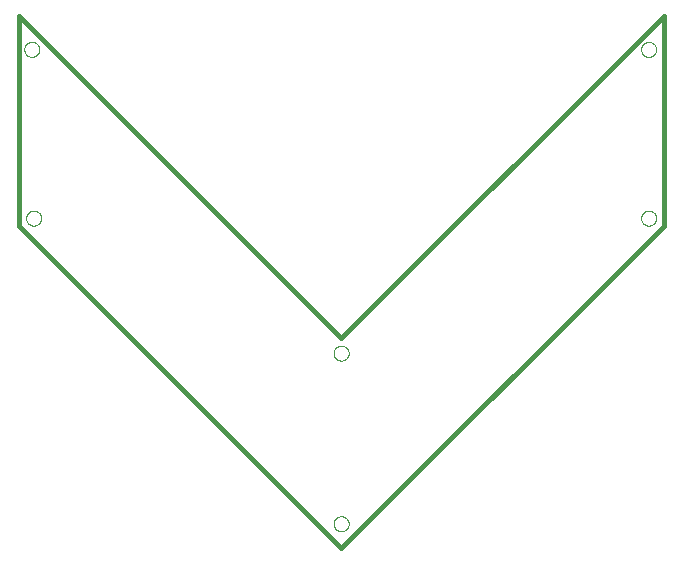
<source format=gko>
G75*
%MOIN*%
%OFA0B0*%
%FSLAX25Y25*%
%IPPOS*%
%LPD*%
%AMOC8*
5,1,8,0,0,1.08239X$1,22.5*
%
%ADD10C,0.00000*%
%ADD11C,0.01600*%
D10*
X0200833Y0081875D02*
X0200835Y0081974D01*
X0200841Y0082074D01*
X0200851Y0082173D01*
X0200865Y0082271D01*
X0200882Y0082369D01*
X0200904Y0082466D01*
X0200929Y0082562D01*
X0200958Y0082657D01*
X0200991Y0082751D01*
X0201028Y0082843D01*
X0201068Y0082934D01*
X0201112Y0083023D01*
X0201160Y0083111D01*
X0201211Y0083196D01*
X0201265Y0083279D01*
X0201322Y0083361D01*
X0201383Y0083439D01*
X0201447Y0083516D01*
X0201513Y0083589D01*
X0201583Y0083660D01*
X0201655Y0083728D01*
X0201730Y0083794D01*
X0201808Y0083856D01*
X0201888Y0083915D01*
X0201970Y0083971D01*
X0202054Y0084023D01*
X0202141Y0084072D01*
X0202229Y0084118D01*
X0202319Y0084160D01*
X0202411Y0084199D01*
X0202504Y0084234D01*
X0202598Y0084265D01*
X0202694Y0084292D01*
X0202791Y0084315D01*
X0202888Y0084335D01*
X0202986Y0084351D01*
X0203085Y0084363D01*
X0203184Y0084371D01*
X0203283Y0084375D01*
X0203383Y0084375D01*
X0203482Y0084371D01*
X0203581Y0084363D01*
X0203680Y0084351D01*
X0203778Y0084335D01*
X0203875Y0084315D01*
X0203972Y0084292D01*
X0204068Y0084265D01*
X0204162Y0084234D01*
X0204255Y0084199D01*
X0204347Y0084160D01*
X0204437Y0084118D01*
X0204525Y0084072D01*
X0204612Y0084023D01*
X0204696Y0083971D01*
X0204778Y0083915D01*
X0204858Y0083856D01*
X0204936Y0083794D01*
X0205011Y0083728D01*
X0205083Y0083660D01*
X0205153Y0083589D01*
X0205219Y0083516D01*
X0205283Y0083439D01*
X0205344Y0083361D01*
X0205401Y0083279D01*
X0205455Y0083196D01*
X0205506Y0083111D01*
X0205554Y0083023D01*
X0205598Y0082934D01*
X0205638Y0082843D01*
X0205675Y0082751D01*
X0205708Y0082657D01*
X0205737Y0082562D01*
X0205762Y0082466D01*
X0205784Y0082369D01*
X0205801Y0082271D01*
X0205815Y0082173D01*
X0205825Y0082074D01*
X0205831Y0081974D01*
X0205833Y0081875D01*
X0205831Y0081776D01*
X0205825Y0081676D01*
X0205815Y0081577D01*
X0205801Y0081479D01*
X0205784Y0081381D01*
X0205762Y0081284D01*
X0205737Y0081188D01*
X0205708Y0081093D01*
X0205675Y0080999D01*
X0205638Y0080907D01*
X0205598Y0080816D01*
X0205554Y0080727D01*
X0205506Y0080639D01*
X0205455Y0080554D01*
X0205401Y0080471D01*
X0205344Y0080389D01*
X0205283Y0080311D01*
X0205219Y0080234D01*
X0205153Y0080161D01*
X0205083Y0080090D01*
X0205011Y0080022D01*
X0204936Y0079956D01*
X0204858Y0079894D01*
X0204778Y0079835D01*
X0204696Y0079779D01*
X0204612Y0079727D01*
X0204525Y0079678D01*
X0204437Y0079632D01*
X0204347Y0079590D01*
X0204255Y0079551D01*
X0204162Y0079516D01*
X0204068Y0079485D01*
X0203972Y0079458D01*
X0203875Y0079435D01*
X0203778Y0079415D01*
X0203680Y0079399D01*
X0203581Y0079387D01*
X0203482Y0079379D01*
X0203383Y0079375D01*
X0203283Y0079375D01*
X0203184Y0079379D01*
X0203085Y0079387D01*
X0202986Y0079399D01*
X0202888Y0079415D01*
X0202791Y0079435D01*
X0202694Y0079458D01*
X0202598Y0079485D01*
X0202504Y0079516D01*
X0202411Y0079551D01*
X0202319Y0079590D01*
X0202229Y0079632D01*
X0202141Y0079678D01*
X0202054Y0079727D01*
X0201970Y0079779D01*
X0201888Y0079835D01*
X0201808Y0079894D01*
X0201730Y0079956D01*
X0201655Y0080022D01*
X0201583Y0080090D01*
X0201513Y0080161D01*
X0201447Y0080234D01*
X0201383Y0080311D01*
X0201322Y0080389D01*
X0201265Y0080471D01*
X0201211Y0080554D01*
X0201160Y0080639D01*
X0201112Y0080727D01*
X0201068Y0080816D01*
X0201028Y0080907D01*
X0200991Y0080999D01*
X0200958Y0081093D01*
X0200929Y0081188D01*
X0200904Y0081284D01*
X0200882Y0081381D01*
X0200865Y0081479D01*
X0200851Y0081577D01*
X0200841Y0081676D01*
X0200835Y0081776D01*
X0200833Y0081875D01*
X0200833Y0138750D02*
X0200835Y0138849D01*
X0200841Y0138949D01*
X0200851Y0139048D01*
X0200865Y0139146D01*
X0200882Y0139244D01*
X0200904Y0139341D01*
X0200929Y0139437D01*
X0200958Y0139532D01*
X0200991Y0139626D01*
X0201028Y0139718D01*
X0201068Y0139809D01*
X0201112Y0139898D01*
X0201160Y0139986D01*
X0201211Y0140071D01*
X0201265Y0140154D01*
X0201322Y0140236D01*
X0201383Y0140314D01*
X0201447Y0140391D01*
X0201513Y0140464D01*
X0201583Y0140535D01*
X0201655Y0140603D01*
X0201730Y0140669D01*
X0201808Y0140731D01*
X0201888Y0140790D01*
X0201970Y0140846D01*
X0202054Y0140898D01*
X0202141Y0140947D01*
X0202229Y0140993D01*
X0202319Y0141035D01*
X0202411Y0141074D01*
X0202504Y0141109D01*
X0202598Y0141140D01*
X0202694Y0141167D01*
X0202791Y0141190D01*
X0202888Y0141210D01*
X0202986Y0141226D01*
X0203085Y0141238D01*
X0203184Y0141246D01*
X0203283Y0141250D01*
X0203383Y0141250D01*
X0203482Y0141246D01*
X0203581Y0141238D01*
X0203680Y0141226D01*
X0203778Y0141210D01*
X0203875Y0141190D01*
X0203972Y0141167D01*
X0204068Y0141140D01*
X0204162Y0141109D01*
X0204255Y0141074D01*
X0204347Y0141035D01*
X0204437Y0140993D01*
X0204525Y0140947D01*
X0204612Y0140898D01*
X0204696Y0140846D01*
X0204778Y0140790D01*
X0204858Y0140731D01*
X0204936Y0140669D01*
X0205011Y0140603D01*
X0205083Y0140535D01*
X0205153Y0140464D01*
X0205219Y0140391D01*
X0205283Y0140314D01*
X0205344Y0140236D01*
X0205401Y0140154D01*
X0205455Y0140071D01*
X0205506Y0139986D01*
X0205554Y0139898D01*
X0205598Y0139809D01*
X0205638Y0139718D01*
X0205675Y0139626D01*
X0205708Y0139532D01*
X0205737Y0139437D01*
X0205762Y0139341D01*
X0205784Y0139244D01*
X0205801Y0139146D01*
X0205815Y0139048D01*
X0205825Y0138949D01*
X0205831Y0138849D01*
X0205833Y0138750D01*
X0205831Y0138651D01*
X0205825Y0138551D01*
X0205815Y0138452D01*
X0205801Y0138354D01*
X0205784Y0138256D01*
X0205762Y0138159D01*
X0205737Y0138063D01*
X0205708Y0137968D01*
X0205675Y0137874D01*
X0205638Y0137782D01*
X0205598Y0137691D01*
X0205554Y0137602D01*
X0205506Y0137514D01*
X0205455Y0137429D01*
X0205401Y0137346D01*
X0205344Y0137264D01*
X0205283Y0137186D01*
X0205219Y0137109D01*
X0205153Y0137036D01*
X0205083Y0136965D01*
X0205011Y0136897D01*
X0204936Y0136831D01*
X0204858Y0136769D01*
X0204778Y0136710D01*
X0204696Y0136654D01*
X0204612Y0136602D01*
X0204525Y0136553D01*
X0204437Y0136507D01*
X0204347Y0136465D01*
X0204255Y0136426D01*
X0204162Y0136391D01*
X0204068Y0136360D01*
X0203972Y0136333D01*
X0203875Y0136310D01*
X0203778Y0136290D01*
X0203680Y0136274D01*
X0203581Y0136262D01*
X0203482Y0136254D01*
X0203383Y0136250D01*
X0203283Y0136250D01*
X0203184Y0136254D01*
X0203085Y0136262D01*
X0202986Y0136274D01*
X0202888Y0136290D01*
X0202791Y0136310D01*
X0202694Y0136333D01*
X0202598Y0136360D01*
X0202504Y0136391D01*
X0202411Y0136426D01*
X0202319Y0136465D01*
X0202229Y0136507D01*
X0202141Y0136553D01*
X0202054Y0136602D01*
X0201970Y0136654D01*
X0201888Y0136710D01*
X0201808Y0136769D01*
X0201730Y0136831D01*
X0201655Y0136897D01*
X0201583Y0136965D01*
X0201513Y0137036D01*
X0201447Y0137109D01*
X0201383Y0137186D01*
X0201322Y0137264D01*
X0201265Y0137346D01*
X0201211Y0137429D01*
X0201160Y0137514D01*
X0201112Y0137602D01*
X0201068Y0137691D01*
X0201028Y0137782D01*
X0200991Y0137874D01*
X0200958Y0137968D01*
X0200929Y0138063D01*
X0200904Y0138159D01*
X0200882Y0138256D01*
X0200865Y0138354D01*
X0200851Y0138452D01*
X0200841Y0138551D01*
X0200835Y0138651D01*
X0200833Y0138750D01*
X0098333Y0183750D02*
X0098335Y0183849D01*
X0098341Y0183949D01*
X0098351Y0184048D01*
X0098365Y0184146D01*
X0098382Y0184244D01*
X0098404Y0184341D01*
X0098429Y0184437D01*
X0098458Y0184532D01*
X0098491Y0184626D01*
X0098528Y0184718D01*
X0098568Y0184809D01*
X0098612Y0184898D01*
X0098660Y0184986D01*
X0098711Y0185071D01*
X0098765Y0185154D01*
X0098822Y0185236D01*
X0098883Y0185314D01*
X0098947Y0185391D01*
X0099013Y0185464D01*
X0099083Y0185535D01*
X0099155Y0185603D01*
X0099230Y0185669D01*
X0099308Y0185731D01*
X0099388Y0185790D01*
X0099470Y0185846D01*
X0099554Y0185898D01*
X0099641Y0185947D01*
X0099729Y0185993D01*
X0099819Y0186035D01*
X0099911Y0186074D01*
X0100004Y0186109D01*
X0100098Y0186140D01*
X0100194Y0186167D01*
X0100291Y0186190D01*
X0100388Y0186210D01*
X0100486Y0186226D01*
X0100585Y0186238D01*
X0100684Y0186246D01*
X0100783Y0186250D01*
X0100883Y0186250D01*
X0100982Y0186246D01*
X0101081Y0186238D01*
X0101180Y0186226D01*
X0101278Y0186210D01*
X0101375Y0186190D01*
X0101472Y0186167D01*
X0101568Y0186140D01*
X0101662Y0186109D01*
X0101755Y0186074D01*
X0101847Y0186035D01*
X0101937Y0185993D01*
X0102025Y0185947D01*
X0102112Y0185898D01*
X0102196Y0185846D01*
X0102278Y0185790D01*
X0102358Y0185731D01*
X0102436Y0185669D01*
X0102511Y0185603D01*
X0102583Y0185535D01*
X0102653Y0185464D01*
X0102719Y0185391D01*
X0102783Y0185314D01*
X0102844Y0185236D01*
X0102901Y0185154D01*
X0102955Y0185071D01*
X0103006Y0184986D01*
X0103054Y0184898D01*
X0103098Y0184809D01*
X0103138Y0184718D01*
X0103175Y0184626D01*
X0103208Y0184532D01*
X0103237Y0184437D01*
X0103262Y0184341D01*
X0103284Y0184244D01*
X0103301Y0184146D01*
X0103315Y0184048D01*
X0103325Y0183949D01*
X0103331Y0183849D01*
X0103333Y0183750D01*
X0103331Y0183651D01*
X0103325Y0183551D01*
X0103315Y0183452D01*
X0103301Y0183354D01*
X0103284Y0183256D01*
X0103262Y0183159D01*
X0103237Y0183063D01*
X0103208Y0182968D01*
X0103175Y0182874D01*
X0103138Y0182782D01*
X0103098Y0182691D01*
X0103054Y0182602D01*
X0103006Y0182514D01*
X0102955Y0182429D01*
X0102901Y0182346D01*
X0102844Y0182264D01*
X0102783Y0182186D01*
X0102719Y0182109D01*
X0102653Y0182036D01*
X0102583Y0181965D01*
X0102511Y0181897D01*
X0102436Y0181831D01*
X0102358Y0181769D01*
X0102278Y0181710D01*
X0102196Y0181654D01*
X0102112Y0181602D01*
X0102025Y0181553D01*
X0101937Y0181507D01*
X0101847Y0181465D01*
X0101755Y0181426D01*
X0101662Y0181391D01*
X0101568Y0181360D01*
X0101472Y0181333D01*
X0101375Y0181310D01*
X0101278Y0181290D01*
X0101180Y0181274D01*
X0101081Y0181262D01*
X0100982Y0181254D01*
X0100883Y0181250D01*
X0100783Y0181250D01*
X0100684Y0181254D01*
X0100585Y0181262D01*
X0100486Y0181274D01*
X0100388Y0181290D01*
X0100291Y0181310D01*
X0100194Y0181333D01*
X0100098Y0181360D01*
X0100004Y0181391D01*
X0099911Y0181426D01*
X0099819Y0181465D01*
X0099729Y0181507D01*
X0099641Y0181553D01*
X0099554Y0181602D01*
X0099470Y0181654D01*
X0099388Y0181710D01*
X0099308Y0181769D01*
X0099230Y0181831D01*
X0099155Y0181897D01*
X0099083Y0181965D01*
X0099013Y0182036D01*
X0098947Y0182109D01*
X0098883Y0182186D01*
X0098822Y0182264D01*
X0098765Y0182346D01*
X0098711Y0182429D01*
X0098660Y0182514D01*
X0098612Y0182602D01*
X0098568Y0182691D01*
X0098528Y0182782D01*
X0098491Y0182874D01*
X0098458Y0182968D01*
X0098429Y0183063D01*
X0098404Y0183159D01*
X0098382Y0183256D01*
X0098365Y0183354D01*
X0098351Y0183452D01*
X0098341Y0183551D01*
X0098335Y0183651D01*
X0098333Y0183750D01*
X0097708Y0240000D02*
X0097710Y0240099D01*
X0097716Y0240199D01*
X0097726Y0240298D01*
X0097740Y0240396D01*
X0097757Y0240494D01*
X0097779Y0240591D01*
X0097804Y0240687D01*
X0097833Y0240782D01*
X0097866Y0240876D01*
X0097903Y0240968D01*
X0097943Y0241059D01*
X0097987Y0241148D01*
X0098035Y0241236D01*
X0098086Y0241321D01*
X0098140Y0241404D01*
X0098197Y0241486D01*
X0098258Y0241564D01*
X0098322Y0241641D01*
X0098388Y0241714D01*
X0098458Y0241785D01*
X0098530Y0241853D01*
X0098605Y0241919D01*
X0098683Y0241981D01*
X0098763Y0242040D01*
X0098845Y0242096D01*
X0098929Y0242148D01*
X0099016Y0242197D01*
X0099104Y0242243D01*
X0099194Y0242285D01*
X0099286Y0242324D01*
X0099379Y0242359D01*
X0099473Y0242390D01*
X0099569Y0242417D01*
X0099666Y0242440D01*
X0099763Y0242460D01*
X0099861Y0242476D01*
X0099960Y0242488D01*
X0100059Y0242496D01*
X0100158Y0242500D01*
X0100258Y0242500D01*
X0100357Y0242496D01*
X0100456Y0242488D01*
X0100555Y0242476D01*
X0100653Y0242460D01*
X0100750Y0242440D01*
X0100847Y0242417D01*
X0100943Y0242390D01*
X0101037Y0242359D01*
X0101130Y0242324D01*
X0101222Y0242285D01*
X0101312Y0242243D01*
X0101400Y0242197D01*
X0101487Y0242148D01*
X0101571Y0242096D01*
X0101653Y0242040D01*
X0101733Y0241981D01*
X0101811Y0241919D01*
X0101886Y0241853D01*
X0101958Y0241785D01*
X0102028Y0241714D01*
X0102094Y0241641D01*
X0102158Y0241564D01*
X0102219Y0241486D01*
X0102276Y0241404D01*
X0102330Y0241321D01*
X0102381Y0241236D01*
X0102429Y0241148D01*
X0102473Y0241059D01*
X0102513Y0240968D01*
X0102550Y0240876D01*
X0102583Y0240782D01*
X0102612Y0240687D01*
X0102637Y0240591D01*
X0102659Y0240494D01*
X0102676Y0240396D01*
X0102690Y0240298D01*
X0102700Y0240199D01*
X0102706Y0240099D01*
X0102708Y0240000D01*
X0102706Y0239901D01*
X0102700Y0239801D01*
X0102690Y0239702D01*
X0102676Y0239604D01*
X0102659Y0239506D01*
X0102637Y0239409D01*
X0102612Y0239313D01*
X0102583Y0239218D01*
X0102550Y0239124D01*
X0102513Y0239032D01*
X0102473Y0238941D01*
X0102429Y0238852D01*
X0102381Y0238764D01*
X0102330Y0238679D01*
X0102276Y0238596D01*
X0102219Y0238514D01*
X0102158Y0238436D01*
X0102094Y0238359D01*
X0102028Y0238286D01*
X0101958Y0238215D01*
X0101886Y0238147D01*
X0101811Y0238081D01*
X0101733Y0238019D01*
X0101653Y0237960D01*
X0101571Y0237904D01*
X0101487Y0237852D01*
X0101400Y0237803D01*
X0101312Y0237757D01*
X0101222Y0237715D01*
X0101130Y0237676D01*
X0101037Y0237641D01*
X0100943Y0237610D01*
X0100847Y0237583D01*
X0100750Y0237560D01*
X0100653Y0237540D01*
X0100555Y0237524D01*
X0100456Y0237512D01*
X0100357Y0237504D01*
X0100258Y0237500D01*
X0100158Y0237500D01*
X0100059Y0237504D01*
X0099960Y0237512D01*
X0099861Y0237524D01*
X0099763Y0237540D01*
X0099666Y0237560D01*
X0099569Y0237583D01*
X0099473Y0237610D01*
X0099379Y0237641D01*
X0099286Y0237676D01*
X0099194Y0237715D01*
X0099104Y0237757D01*
X0099016Y0237803D01*
X0098929Y0237852D01*
X0098845Y0237904D01*
X0098763Y0237960D01*
X0098683Y0238019D01*
X0098605Y0238081D01*
X0098530Y0238147D01*
X0098458Y0238215D01*
X0098388Y0238286D01*
X0098322Y0238359D01*
X0098258Y0238436D01*
X0098197Y0238514D01*
X0098140Y0238596D01*
X0098086Y0238679D01*
X0098035Y0238764D01*
X0097987Y0238852D01*
X0097943Y0238941D01*
X0097903Y0239032D01*
X0097866Y0239124D01*
X0097833Y0239218D01*
X0097804Y0239313D01*
X0097779Y0239409D01*
X0097757Y0239506D01*
X0097740Y0239604D01*
X0097726Y0239702D01*
X0097716Y0239801D01*
X0097710Y0239901D01*
X0097708Y0240000D01*
X0303333Y0240000D02*
X0303335Y0240099D01*
X0303341Y0240199D01*
X0303351Y0240298D01*
X0303365Y0240396D01*
X0303382Y0240494D01*
X0303404Y0240591D01*
X0303429Y0240687D01*
X0303458Y0240782D01*
X0303491Y0240876D01*
X0303528Y0240968D01*
X0303568Y0241059D01*
X0303612Y0241148D01*
X0303660Y0241236D01*
X0303711Y0241321D01*
X0303765Y0241404D01*
X0303822Y0241486D01*
X0303883Y0241564D01*
X0303947Y0241641D01*
X0304013Y0241714D01*
X0304083Y0241785D01*
X0304155Y0241853D01*
X0304230Y0241919D01*
X0304308Y0241981D01*
X0304388Y0242040D01*
X0304470Y0242096D01*
X0304554Y0242148D01*
X0304641Y0242197D01*
X0304729Y0242243D01*
X0304819Y0242285D01*
X0304911Y0242324D01*
X0305004Y0242359D01*
X0305098Y0242390D01*
X0305194Y0242417D01*
X0305291Y0242440D01*
X0305388Y0242460D01*
X0305486Y0242476D01*
X0305585Y0242488D01*
X0305684Y0242496D01*
X0305783Y0242500D01*
X0305883Y0242500D01*
X0305982Y0242496D01*
X0306081Y0242488D01*
X0306180Y0242476D01*
X0306278Y0242460D01*
X0306375Y0242440D01*
X0306472Y0242417D01*
X0306568Y0242390D01*
X0306662Y0242359D01*
X0306755Y0242324D01*
X0306847Y0242285D01*
X0306937Y0242243D01*
X0307025Y0242197D01*
X0307112Y0242148D01*
X0307196Y0242096D01*
X0307278Y0242040D01*
X0307358Y0241981D01*
X0307436Y0241919D01*
X0307511Y0241853D01*
X0307583Y0241785D01*
X0307653Y0241714D01*
X0307719Y0241641D01*
X0307783Y0241564D01*
X0307844Y0241486D01*
X0307901Y0241404D01*
X0307955Y0241321D01*
X0308006Y0241236D01*
X0308054Y0241148D01*
X0308098Y0241059D01*
X0308138Y0240968D01*
X0308175Y0240876D01*
X0308208Y0240782D01*
X0308237Y0240687D01*
X0308262Y0240591D01*
X0308284Y0240494D01*
X0308301Y0240396D01*
X0308315Y0240298D01*
X0308325Y0240199D01*
X0308331Y0240099D01*
X0308333Y0240000D01*
X0308331Y0239901D01*
X0308325Y0239801D01*
X0308315Y0239702D01*
X0308301Y0239604D01*
X0308284Y0239506D01*
X0308262Y0239409D01*
X0308237Y0239313D01*
X0308208Y0239218D01*
X0308175Y0239124D01*
X0308138Y0239032D01*
X0308098Y0238941D01*
X0308054Y0238852D01*
X0308006Y0238764D01*
X0307955Y0238679D01*
X0307901Y0238596D01*
X0307844Y0238514D01*
X0307783Y0238436D01*
X0307719Y0238359D01*
X0307653Y0238286D01*
X0307583Y0238215D01*
X0307511Y0238147D01*
X0307436Y0238081D01*
X0307358Y0238019D01*
X0307278Y0237960D01*
X0307196Y0237904D01*
X0307112Y0237852D01*
X0307025Y0237803D01*
X0306937Y0237757D01*
X0306847Y0237715D01*
X0306755Y0237676D01*
X0306662Y0237641D01*
X0306568Y0237610D01*
X0306472Y0237583D01*
X0306375Y0237560D01*
X0306278Y0237540D01*
X0306180Y0237524D01*
X0306081Y0237512D01*
X0305982Y0237504D01*
X0305883Y0237500D01*
X0305783Y0237500D01*
X0305684Y0237504D01*
X0305585Y0237512D01*
X0305486Y0237524D01*
X0305388Y0237540D01*
X0305291Y0237560D01*
X0305194Y0237583D01*
X0305098Y0237610D01*
X0305004Y0237641D01*
X0304911Y0237676D01*
X0304819Y0237715D01*
X0304729Y0237757D01*
X0304641Y0237803D01*
X0304554Y0237852D01*
X0304470Y0237904D01*
X0304388Y0237960D01*
X0304308Y0238019D01*
X0304230Y0238081D01*
X0304155Y0238147D01*
X0304083Y0238215D01*
X0304013Y0238286D01*
X0303947Y0238359D01*
X0303883Y0238436D01*
X0303822Y0238514D01*
X0303765Y0238596D01*
X0303711Y0238679D01*
X0303660Y0238764D01*
X0303612Y0238852D01*
X0303568Y0238941D01*
X0303528Y0239032D01*
X0303491Y0239124D01*
X0303458Y0239218D01*
X0303429Y0239313D01*
X0303404Y0239409D01*
X0303382Y0239506D01*
X0303365Y0239604D01*
X0303351Y0239702D01*
X0303341Y0239801D01*
X0303335Y0239901D01*
X0303333Y0240000D01*
X0303333Y0183750D02*
X0303335Y0183849D01*
X0303341Y0183949D01*
X0303351Y0184048D01*
X0303365Y0184146D01*
X0303382Y0184244D01*
X0303404Y0184341D01*
X0303429Y0184437D01*
X0303458Y0184532D01*
X0303491Y0184626D01*
X0303528Y0184718D01*
X0303568Y0184809D01*
X0303612Y0184898D01*
X0303660Y0184986D01*
X0303711Y0185071D01*
X0303765Y0185154D01*
X0303822Y0185236D01*
X0303883Y0185314D01*
X0303947Y0185391D01*
X0304013Y0185464D01*
X0304083Y0185535D01*
X0304155Y0185603D01*
X0304230Y0185669D01*
X0304308Y0185731D01*
X0304388Y0185790D01*
X0304470Y0185846D01*
X0304554Y0185898D01*
X0304641Y0185947D01*
X0304729Y0185993D01*
X0304819Y0186035D01*
X0304911Y0186074D01*
X0305004Y0186109D01*
X0305098Y0186140D01*
X0305194Y0186167D01*
X0305291Y0186190D01*
X0305388Y0186210D01*
X0305486Y0186226D01*
X0305585Y0186238D01*
X0305684Y0186246D01*
X0305783Y0186250D01*
X0305883Y0186250D01*
X0305982Y0186246D01*
X0306081Y0186238D01*
X0306180Y0186226D01*
X0306278Y0186210D01*
X0306375Y0186190D01*
X0306472Y0186167D01*
X0306568Y0186140D01*
X0306662Y0186109D01*
X0306755Y0186074D01*
X0306847Y0186035D01*
X0306937Y0185993D01*
X0307025Y0185947D01*
X0307112Y0185898D01*
X0307196Y0185846D01*
X0307278Y0185790D01*
X0307358Y0185731D01*
X0307436Y0185669D01*
X0307511Y0185603D01*
X0307583Y0185535D01*
X0307653Y0185464D01*
X0307719Y0185391D01*
X0307783Y0185314D01*
X0307844Y0185236D01*
X0307901Y0185154D01*
X0307955Y0185071D01*
X0308006Y0184986D01*
X0308054Y0184898D01*
X0308098Y0184809D01*
X0308138Y0184718D01*
X0308175Y0184626D01*
X0308208Y0184532D01*
X0308237Y0184437D01*
X0308262Y0184341D01*
X0308284Y0184244D01*
X0308301Y0184146D01*
X0308315Y0184048D01*
X0308325Y0183949D01*
X0308331Y0183849D01*
X0308333Y0183750D01*
X0308331Y0183651D01*
X0308325Y0183551D01*
X0308315Y0183452D01*
X0308301Y0183354D01*
X0308284Y0183256D01*
X0308262Y0183159D01*
X0308237Y0183063D01*
X0308208Y0182968D01*
X0308175Y0182874D01*
X0308138Y0182782D01*
X0308098Y0182691D01*
X0308054Y0182602D01*
X0308006Y0182514D01*
X0307955Y0182429D01*
X0307901Y0182346D01*
X0307844Y0182264D01*
X0307783Y0182186D01*
X0307719Y0182109D01*
X0307653Y0182036D01*
X0307583Y0181965D01*
X0307511Y0181897D01*
X0307436Y0181831D01*
X0307358Y0181769D01*
X0307278Y0181710D01*
X0307196Y0181654D01*
X0307112Y0181602D01*
X0307025Y0181553D01*
X0306937Y0181507D01*
X0306847Y0181465D01*
X0306755Y0181426D01*
X0306662Y0181391D01*
X0306568Y0181360D01*
X0306472Y0181333D01*
X0306375Y0181310D01*
X0306278Y0181290D01*
X0306180Y0181274D01*
X0306081Y0181262D01*
X0305982Y0181254D01*
X0305883Y0181250D01*
X0305783Y0181250D01*
X0305684Y0181254D01*
X0305585Y0181262D01*
X0305486Y0181274D01*
X0305388Y0181290D01*
X0305291Y0181310D01*
X0305194Y0181333D01*
X0305098Y0181360D01*
X0305004Y0181391D01*
X0304911Y0181426D01*
X0304819Y0181465D01*
X0304729Y0181507D01*
X0304641Y0181553D01*
X0304554Y0181602D01*
X0304470Y0181654D01*
X0304388Y0181710D01*
X0304308Y0181769D01*
X0304230Y0181831D01*
X0304155Y0181897D01*
X0304083Y0181965D01*
X0304013Y0182036D01*
X0303947Y0182109D01*
X0303883Y0182186D01*
X0303822Y0182264D01*
X0303765Y0182346D01*
X0303711Y0182429D01*
X0303660Y0182514D01*
X0303612Y0182602D01*
X0303568Y0182691D01*
X0303528Y0182782D01*
X0303491Y0182874D01*
X0303458Y0182968D01*
X0303429Y0183063D01*
X0303404Y0183159D01*
X0303382Y0183256D01*
X0303365Y0183354D01*
X0303351Y0183452D01*
X0303341Y0183551D01*
X0303335Y0183651D01*
X0303333Y0183750D01*
D11*
X0203333Y0073750D02*
X0095833Y0181250D01*
X0095833Y0251250D01*
X0203333Y0143750D01*
X0310833Y0251250D01*
X0310833Y0181250D01*
X0203333Y0073750D01*
M02*

</source>
